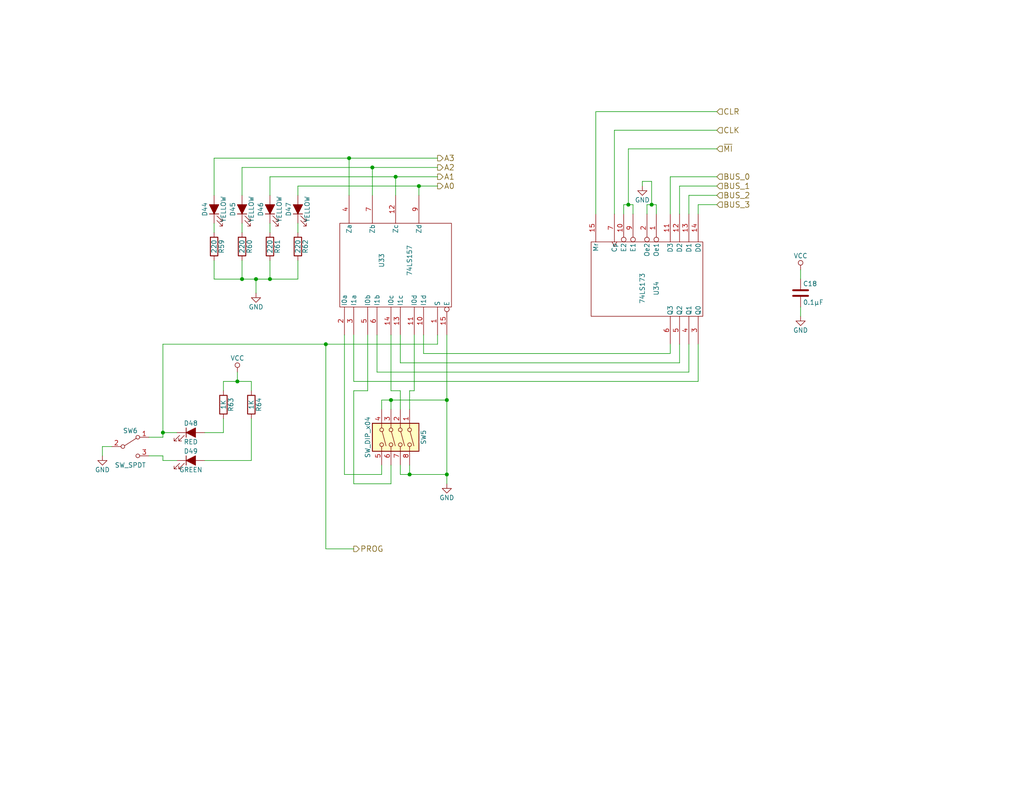
<source format=kicad_sch>
(kicad_sch (version 20231120) (generator "eeschema") (generator_version "8.0")
  (paper "USLetter")
  (lib_symbols
    (symbol "8bit-computer-rescue:74LS157-8bit-computer-rescue" (pin_names (offset 0.254))
      (property "Reference" "U" (at 1.27 3.81 0))
      (property "Value" "8bit-computer-rescue:74LS157" (at 1.27 -3.81 0))
      (symbol "74LS157-8bit-computer-rescue_0_0"
        (pin power_in line (at -8.89 15.24 90) (length 0) hide (name "VCC") (number "16"))
        (pin power_in line (at -8.89 -15.24 90) (length 0) hide (name "GND") (number "8"))
      )
      (symbol "74LS157-8bit-computer-rescue_0_1"
        (rectangle (start -11.43 15.24) (end 11.43 -15.24))
      )
      (symbol "74LS157-8bit-computer-rescue_1_1"
        (pin input line (at -19.05 -11.43 0) (length 7.62) (name "S") (number "1"))
        (pin input line (at -19.05 -7.62 0) (length 7.62) (name "I1d") (number "10"))
        (pin input line (at -19.05 -5.08 0) (length 7.62) (name "I0d") (number "11"))
        (pin output line (at 19.05 0 180) (length 7.62) (name "Zc") (number "12"))
        (pin input line (at -19.05 -1.27 0) (length 7.62) (name "I1c") (number "13"))
        (pin input line (at -19.05 1.27 0) (length 7.62) (name "I0c") (number "14"))
        (pin input inverted (at -19.05 -13.97 0) (length 7.62) (name "E") (number "15"))
        (pin input line (at -19.05 13.97 0) (length 7.62) (name "I0a") (number "2"))
        (pin input line (at -19.05 11.43 0) (length 7.62) (name "I1a") (number "3"))
        (pin output line (at 19.05 12.7 180) (length 7.62) (name "Za") (number "4"))
        (pin input line (at -19.05 7.62 0) (length 7.62) (name "I0b") (number "5"))
        (pin input line (at -19.05 5.08 0) (length 7.62) (name "I1b") (number "6"))
        (pin output line (at 19.05 6.35 180) (length 7.62) (name "Zb") (number "7"))
        (pin output line (at 19.05 -6.35 180) (length 7.62) (name "Zd") (number "9"))
      )
    )
    (symbol "8bit-computer-rescue:74LS173-8bit-computer-rescue" (pin_names (offset 0.254))
      (property "Reference" "U" (at 2.54 2.54 0))
      (property "Value" "8bit-computer-rescue:74LS173" (at 2.54 -1.27 0))
      (symbol "74LS173-8bit-computer-rescue_0_0"
        (pin power_in line (at -7.62 15.24 90) (length 0) hide (name "VCC") (number "16"))
        (pin power_in line (at -7.62 -15.24 90) (length 0) hide (name "GND") (number "8"))
      )
      (symbol "74LS173-8bit-computer-rescue_0_1"
        (rectangle (start -10.16 15.24) (end 10.16 -15.24))
      )
      (symbol "74LS173-8bit-computer-rescue_1_1"
        (pin input inverted (at -17.78 2.54 0) (length 7.62) (name "Oe1") (number "1"))
        (pin input inverted (at -17.78 -6.35 0) (length 7.62) (name "E2") (number "10"))
        (pin input line (at -17.78 6.35 0) (length 7.62) (name "D3") (number "11"))
        (pin input line (at -17.78 8.89 0) (length 7.62) (name "D2") (number "12"))
        (pin input line (at -17.78 11.43 0) (length 7.62) (name "D1") (number "13"))
        (pin input line (at -17.78 13.97 0) (length 7.62) (name "D0") (number "14"))
        (pin input line (at -17.78 -13.97 0) (length 7.62) (name "Mr") (number "15"))
        (pin input inverted (at -17.78 0 0) (length 7.62) (name "Oe2") (number "2"))
        (pin tri_state line (at 17.78 13.97 180) (length 7.62) (name "Q0") (number "3"))
        (pin tri_state line (at 17.78 11.43 180) (length 7.62) (name "Q1") (number "4"))
        (pin tri_state line (at 17.78 8.89 180) (length 7.62) (name "Q2") (number "5"))
        (pin tri_state line (at 17.78 6.35 180) (length 7.62) (name "Q3") (number "6"))
        (pin input clock (at -17.78 -8.89 0) (length 7.62) (name "Cp") (number "7"))
        (pin input inverted (at -17.78 -3.81 0) (length 7.62) (name "E1") (number "9"))
      )
    )
    (symbol "8bit-computer-rescue:GND-power" (power) (pin_names (offset 0))
      (property "Value" "power:GND" (at 0 -3.81 0))
      (symbol "GND-power_0_1"
        (polyline (pts (xy 0 0) (xy 0 -1.27) (xy 1.27 -1.27) (xy 0 -2.54) (xy -1.27 -1.27) (xy 0 -1.27)))
      )
      (symbol "GND-power_1_1"
        (pin power_in line (at 0 0 270) (length 0) hide (name "GND") (number "1"))
      )
    )
    (symbol "8bit-computer-rescue:LED_ALT-Device" (pin_numbers hide) (pin_names (offset 1.016) hide)
      (property "Reference" "D" (at 0 2.54 0))
      (property "Value" "Device:LED_ALT" (at 0 -2.54 0))
      (symbol "LED_ALT-Device_0_1"
        (polyline (pts (xy -1.27 -1.27) (xy -1.27 1.27)) (stroke (width 0.2032)))
        (polyline (pts (xy -1.27 0) (xy 1.27 0)))
        (polyline (pts (xy 1.27 -1.27) (xy 1.27 1.27) (xy -1.27 0) (xy 1.27 -1.27)) (stroke (width 0.2032)) (fill (type outline)))
        (polyline (pts (xy -3.048 -0.762) (xy -4.572 -2.286) (xy -3.81 -2.286) (xy -4.572 -2.286) (xy -4.572 -1.524)))
        (polyline (pts (xy -1.778 -0.762) (xy -3.302 -2.286) (xy -2.54 -2.286) (xy -3.302 -2.286) (xy -3.302 -1.524)))
      )
      (symbol "LED_ALT-Device_1_1"
        (pin passive line (at -3.81 0 0) (length 2.54) (name "K") (number "1"))
        (pin passive line (at 3.81 0 180) (length 2.54) (name "A") (number "2"))
      )
    )
    (symbol "8bit-computer-rescue:SW_DIP_x04-8bit-computer-rescue" (pin_names (offset 0) hide)
      (property "Reference" "SW" (at 0 8.89 0))
      (property "Value" "8bit-computer-rescue:SW_DIP_x04" (at 0 -6.35 0))
      (symbol "SW_DIP_x04-8bit-computer-rescue_0_0"
        (circle (center -2.032 -2.54) (radius 0.508))
        (circle (center -2.032 0) (radius 0.508))
        (circle (center -2.032 2.54) (radius 0.508))
        (circle (center -2.032 5.08) (radius 0.508))
        (polyline (pts (xy -1.524 -2.3876) (xy 2.3622 -1.3462)))
        (polyline (pts (xy -1.524 0.127) (xy 2.3622 1.1684)))
        (polyline (pts (xy -1.524 2.667) (xy 2.3622 3.7084)))
        (polyline (pts (xy -1.524 5.207) (xy 2.3622 6.2484)))
        (circle (center 2.032 -2.54) (radius 0.508))
        (circle (center 2.032 0) (radius 0.508))
        (circle (center 2.032 2.54) (radius 0.508))
        (circle (center 2.032 5.08) (radius 0.508))
      )
      (symbol "SW_DIP_x04-8bit-computer-rescue_0_1"
        (rectangle (start -3.81 7.62) (end 3.81 -5.08) (stroke (width 0.254)) (fill (type background)))
      )
      (symbol "SW_DIP_x04-8bit-computer-rescue_1_1"
        (pin passive line (at -7.62 5.08 0) (length 5.08) (name "~") (number "1"))
        (pin passive line (at -7.62 2.54 0) (length 5.08) (name "~") (number "2"))
        (pin passive line (at -7.62 0 0) (length 5.08) (name "~") (number "3"))
        (pin passive line (at -7.62 -2.54 0) (length 5.08) (name "~") (number "4"))
        (pin passive line (at 7.62 -2.54 180) (length 5.08) (name "~") (number "5"))
        (pin passive line (at 7.62 0 180) (length 5.08) (name "~") (number "6"))
        (pin passive line (at 7.62 2.54 180) (length 5.08) (name "~") (number "7"))
        (pin passive line (at 7.62 5.08 180) (length 5.08) (name "~") (number "8"))
      )
    )
    (symbol "8bit-computer-rescue:SW_SPDT-8bit-computer-rescue" (pin_names (offset 0) hide)
      (property "Reference" "SW" (at 0 4.318 0))
      (property "Value" "8bit-computer-rescue:SW_SPDT" (at 0 -5.08 0))
      (symbol "SW_SPDT-8bit-computer-rescue_0_0"
        (circle (center -2.032 0) (radius 0.508))
        (circle (center 2.032 -2.54) (radius 0.508))
      )
      (symbol "SW_SPDT-8bit-computer-rescue_0_1"
        (polyline (pts (xy -1.524 0.254) (xy 1.651 2.286)))
        (circle (center 2.032 2.54) (radius 0.508))
      )
      (symbol "SW_SPDT-8bit-computer-rescue_1_1"
        (pin passive line (at 5.08 2.54 180) (length 2.54) (name "A") (number "1"))
        (pin passive line (at -5.08 0 0) (length 2.54) (name "B") (number "2"))
        (pin passive line (at 5.08 -2.54 180) (length 2.54) (name "C") (number "3"))
      )
    )
    (symbol "8bit-computer-rescue:VCC-power" (power) (pin_names (offset 0))
      (property "Value" "power:VCC" (at 0 3.81 0))
      (symbol "VCC-power_0_1"
        (polyline (pts (xy 0 0) (xy 0 1.27)))
        (circle (center 0 1.905) (radius 0.635))
      )
      (symbol "VCC-power_1_1"
        (pin power_in line (at 0 0 90) (length 0) hide (name "VCC") (number "1"))
      )
    )
    (symbol "Device:C" (pin_numbers hide) (pin_names (offset 0.254))
      (property "Reference" "C" (at 0.635 2.54 0))
      (property "Value" "C" (at 0.635 -2.54 0))
      (symbol "C_0_1"
        (polyline (pts (xy -2.032 -0.762) (xy 2.032 -0.762)) (stroke (width 0.508)))
        (polyline (pts (xy -2.032 0.762) (xy 2.032 0.762)) (stroke (width 0.508)))
      )
      (symbol "C_1_1"
        (pin passive line (at 0 3.81 270) (length 2.794) (name "~") (number "1"))
        (pin passive line (at 0 -3.81 90) (length 2.794) (name "~") (number "2"))
      )
    )
    (symbol "Device:R" (pin_numbers hide) (pin_names (offset 0))
      (property "Reference" "R" (at 2.032 0 90))
      (property "Value" "R" (at 0 0 90))
      (symbol "R_0_1"
        (rectangle (start -1.016 -2.54) (end 1.016 2.54) (stroke (width 0.254)))
      )
      (symbol "R_1_1"
        (pin passive line (at 0 3.81 270) (length 1.27) (name "~") (number "1"))
        (pin passive line (at 0 -3.81 90) (length 1.27) (name "~") (number "2"))
      )
    )
  )
  (junction (at 121.92 109.22))
  (junction (at 95.25 43.18))
  (junction (at 101.6 45.72))
  (junction (at 88.9 93.98))
  (junction (at 106.68 109.22))
  (junction (at 66.04 76.2))
  (junction (at 177.8 55.88))
  (junction (at 44.45 118.11))
  (junction (at 69.85 76.2))
  (junction (at 171.45 55.88))
  (junction (at 64.77 104.14))
  (junction (at 107.95 48.26))
  (junction (at 111.76 129.54))
  (junction (at 114.3 50.8))
  (junction (at 121.92 129.54))
  (junction (at 73.66 76.2))
  (wire (pts (xy 58.42 43.18) (xy 95.25 43.18)))
  (wire (pts (xy 66.04 71.12) (xy 66.04 76.2)))
  (wire (pts (xy 44.45 124.46) (xy 44.45 125.73)))
  (wire (pts (xy 182.88 96.52) (xy 182.88 93.98)))
  (wire (pts (xy 58.42 76.2) (xy 66.04 76.2)))
  (wire (pts (xy 175.26 49.53) (xy 177.8 49.53)))
  (wire (pts (xy 88.9 93.98) (xy 119.38 93.98)))
  (wire (pts (xy 58.42 60.96) (xy 58.42 63.5)))
  (wire (pts (xy 73.66 76.2) (xy 81.28 76.2)))
  (wire (pts (xy 81.28 60.96) (xy 81.28 63.5)))
  (wire (pts (xy 73.66 48.26) (xy 73.66 53.34)))
  (wire (pts (xy 60.96 104.14) (xy 64.77 104.14)))
  (wire (pts (xy 68.58 104.14) (xy 68.58 106.68)))
  (wire (pts (xy 190.5 104.14) (xy 190.5 93.98)))
  (wire (pts (xy 114.3 50.8) (xy 119.38 50.8)))
  (wire (pts (xy 88.9 149.86) (xy 96.52 149.86)))
  (wire (pts (xy 55.88 118.11) (xy 60.96 118.11)))
  (wire (pts (xy 106.68 106.68) (xy 109.22 106.68)))
  (wire (pts (xy 44.45 118.11) (xy 48.26 118.11)))
  (wire (pts (xy 113.03 106.68) (xy 111.76 106.68)))
  (wire (pts (xy 44.45 125.73) (xy 48.26 125.73)))
  (wire (pts (xy 73.66 48.26) (xy 107.95 48.26)))
  (wire (pts (xy 95.25 53.34) (xy 95.25 43.18)))
  (wire (pts (xy 66.04 45.72) (xy 101.6 45.72)))
  (wire (pts (xy 104.14 111.76) (xy 104.14 109.22)))
  (wire (pts (xy 69.85 80.01) (xy 69.85 76.2)))
  (wire (pts (xy 40.64 119.38) (xy 44.45 119.38)))
  (wire (pts (xy 68.58 125.73) (xy 68.58 114.3)))
  (wire (pts (xy 104.14 109.22) (xy 106.68 109.22)))
  (wire (pts (xy 66.04 45.72) (xy 66.04 53.34)))
  (wire (pts (xy 176.53 55.88) (xy 177.8 55.88)))
  (wire (pts (xy 218.44 76.2) (xy 218.44 73.66)))
  (wire (pts (xy 100.33 106.68) (xy 100.33 91.44)))
  (wire (pts (xy 64.77 104.14) (xy 68.58 104.14)))
  (wire (pts (xy 111.76 127) (xy 111.76 129.54)))
  (wire (pts (xy 170.18 55.88) (xy 170.18 58.42)))
  (wire (pts (xy 107.95 53.34) (xy 107.95 48.26)))
  (wire (pts (xy 171.45 55.88) (xy 172.72 55.88)))
  (wire (pts (xy 107.95 48.26) (xy 119.38 48.26)))
  (wire (pts (xy 195.58 55.88) (xy 190.5 55.88)))
  (wire (pts (xy 73.66 71.12) (xy 73.66 76.2)))
  (wire (pts (xy 182.88 48.26) (xy 182.88 58.42)))
  (wire (pts (xy 102.87 91.44) (xy 102.87 101.6)))
  (wire (pts (xy 195.58 40.64) (xy 171.45 40.64)))
  (wire (pts (xy 121.92 129.54) (xy 121.92 132.08)))
  (wire (pts (xy 109.22 99.06) (xy 185.42 99.06)))
  (wire (pts (xy 101.6 45.72) (xy 119.38 45.72)))
  (wire (pts (xy 44.45 93.98) (xy 88.9 93.98)))
  (wire (pts (xy 170.18 55.88) (xy 171.45 55.88)))
  (wire (pts (xy 58.42 53.34) (xy 58.42 43.18)))
  (wire (pts (xy 73.66 60.96) (xy 73.66 63.5)))
  (wire (pts (xy 44.45 119.38) (xy 44.45 118.11)))
  (wire (pts (xy 95.25 43.18) (xy 119.38 43.18)))
  (wire (pts (xy 121.92 109.22) (xy 121.92 129.54)))
  (wire (pts (xy 81.28 76.2) (xy 81.28 71.12)))
  (wire (pts (xy 27.94 121.92) (xy 30.48 121.92)))
  (wire (pts (xy 187.96 101.6) (xy 187.96 93.98)))
  (wire (pts (xy 111.76 106.68) (xy 111.76 111.76)))
  (wire (pts (xy 177.8 49.53) (xy 177.8 55.88)))
  (wire (pts (xy 64.77 101.6) (xy 64.77 104.14)))
  (wire (pts (xy 114.3 53.34) (xy 114.3 50.8)))
  (wire (pts (xy 190.5 55.88) (xy 190.5 58.42)))
  (wire (pts (xy 185.42 99.06) (xy 185.42 93.98)))
  (wire (pts (xy 121.92 91.44) (xy 121.92 109.22)))
  (wire (pts (xy 104.14 129.54) (xy 104.14 127)))
  (wire (pts (xy 88.9 93.98) (xy 88.9 149.86)))
  (wire (pts (xy 60.96 114.3) (xy 60.96 118.11)))
  (wire (pts (xy 195.58 50.8) (xy 185.42 50.8)))
  (wire (pts (xy 167.64 35.56) (xy 167.64 58.42)))
  (wire (pts (xy 109.22 106.68) (xy 109.22 111.76)))
  (wire (pts (xy 172.72 55.88) (xy 172.72 58.42)))
  (wire (pts (xy 106.68 91.44) (xy 106.68 106.68)))
  (wire (pts (xy 96.52 104.14) (xy 190.5 104.14)))
  (wire (pts (xy 218.44 86.36) (xy 218.44 83.82)))
  (wire (pts (xy 187.96 53.34) (xy 187.96 58.42)))
  (wire (pts (xy 66.04 60.96) (xy 66.04 63.5)))
  (wire (pts (xy 106.68 132.08) (xy 96.52 132.08)))
  (wire (pts (xy 66.04 76.2) (xy 69.85 76.2)))
  (wire (pts (xy 115.57 96.52) (xy 182.88 96.52)))
  (wire (pts (xy 179.07 55.88) (xy 179.07 58.42)))
  (wire (pts (xy 175.26 50.8) (xy 175.26 49.53)))
  (wire (pts (xy 109.22 129.54) (xy 109.22 127)))
  (wire (pts (xy 119.38 93.98) (xy 119.38 91.44)))
  (wire (pts (xy 113.03 91.44) (xy 113.03 106.68)))
  (wire (pts (xy 109.22 129.54) (xy 111.76 129.54)))
  (wire (pts (xy 81.28 50.8) (xy 81.28 53.34)))
  (wire (pts (xy 60.96 106.68) (xy 60.96 104.14)))
  (wire (pts (xy 195.58 30.48) (xy 162.56 30.48)))
  (wire (pts (xy 177.8 55.88) (xy 179.07 55.88)))
  (wire (pts (xy 69.85 76.2) (xy 73.66 76.2)))
  (wire (pts (xy 96.52 132.08) (xy 96.52 106.68)))
  (wire (pts (xy 195.58 48.26) (xy 182.88 48.26)))
  (wire (pts (xy 106.68 127) (xy 106.68 132.08)))
  (wire (pts (xy 115.57 91.44) (xy 115.57 96.52)))
  (wire (pts (xy 96.52 91.44) (xy 96.52 104.14)))
  (wire (pts (xy 55.88 125.73) (xy 68.58 125.73)))
  (wire (pts (xy 101.6 53.34) (xy 101.6 45.72)))
  (wire (pts (xy 58.42 71.12) (xy 58.42 76.2)))
  (wire (pts (xy 109.22 91.44) (xy 109.22 99.06)))
  (wire (pts (xy 40.64 124.46) (xy 44.45 124.46)))
  (wire (pts (xy 93.98 129.54) (xy 104.14 129.54)))
  (wire (pts (xy 195.58 53.34) (xy 187.96 53.34)))
  (wire (pts (xy 162.56 30.48) (xy 162.56 58.42)))
  (wire (pts (xy 111.76 129.54) (xy 121.92 129.54)))
  (wire (pts (xy 195.58 35.56) (xy 167.64 35.56)))
  (wire (pts (xy 44.45 118.11) (xy 44.45 93.98)))
  (wire (pts (xy 81.28 50.8) (xy 114.3 50.8)))
  (wire (pts (xy 176.53 58.42) (xy 176.53 55.88)))
  (wire (pts (xy 106.68 111.76) (xy 106.68 109.22)))
  (wire (pts (xy 27.94 124.46) (xy 27.94 121.92)))
  (wire (pts (xy 102.87 101.6) (xy 187.96 101.6)))
  (wire (pts (xy 106.68 109.22) (xy 121.92 109.22)))
  (wire (pts (xy 96.52 106.68) (xy 100.33 106.68)))
  (wire (pts (xy 93.98 91.44) (xy 93.98 129.54)))
  (wire (pts (xy 185.42 50.8) (xy 185.42 58.42)))
  (wire (pts (xy 171.45 40.64) (xy 171.45 55.88)))
  (hierarchical_label "A2" (shape output) (at 119.38 45.72 0) (effects (font (size 1.524 1.524))))
  (hierarchical_label "BUS_3" (shape input) (at 195.58 55.88 0) (effects (font (size 1.524 1.524))))
  (hierarchical_label "CLK" (shape input) (at 195.58 35.56 0) (effects (font (size 1.524 1.524))))
  (hierarchical_label "BUS_1" (shape input) (at 195.58 50.8 0) (effects (font (size 1.524 1.524))))
  (hierarchical_label "BUS_2" (shape input) (at 195.58 53.34 0) (effects (font (size 1.524 1.524))))
  (hierarchical_label "PROG" (shape output) (at 96.52 149.86 0) (effects (font (size 1.524 1.524))))
  (hierarchical_label "A3" (shape output) (at 119.38 43.18 0) (effects (font (size 1.524 1.524))))
  (hierarchical_label "CLR" (shape input) (at 195.58 30.48 0) (effects (font (size 1.524 1.524))))
  (hierarchical_label "A0" (shape output) (at 119.38 50.8 0) (effects (font (size 1.524 1.524))))
  (hierarchical_label "A1" (shape output) (at 119.38 48.26 0) (effects (font (size 1.524 1.524))))
  (hierarchical_label "BUS_0" (shape input) (at 195.58 48.26 0) (effects (font (size 1.524 1.524))))
  (hierarchical_label "~{MI}" (shape input) (at 195.58 40.64 0) (effects (font (size 1.524 1.524))))
  (symbol (lib_id "8bit-computer-rescue:74LS157-8bit-computer-rescue") (at 107.95 72.39 90) (unit 1)
    (property "Reference" "U33" (at 104.14 71.12 0))
    (property "Value" "74LS157" (at 111.76 71.12 0))
    (property "Footprint" "Package_DIP:DIP-16_W7.62mm" (effects (hide yes)))
  )
  (symbol (lib_id "8bit-computer-rescue:74LS173-8bit-computer-rescue") (at 176.53 76.2 270) (unit 1)
    (property "Reference" "U34" (at 179.07 78.74 0))
    (property "Value" "74LS173" (at 175.26 78.74 0))
    (property "Footprint" "Package_DIP:DIP-16_W7.62mm" (effects (hide yes)))
  )
  (symbol (lib_id "8bit-computer-rescue:SW_DIP_x04-8bit-computer-rescue") (at 106.68 119.38 270) (unit 1)
    (property "Reference" "SW5" (at 115.57 119.38 0))
    (property "Value" "SW_DIP_x04" (at 100.33 119.38 0))
    (property "Footprint" "Button_Switch_THT:SW_DIP_SPSTx04_Slide_9.78x12.34mm_W7.62mm_P2.54mm" (effects (hide yes)))
  )
  (symbol (lib_id "8bit-computer-rescue:SW_SPDT-8bit-computer-rescue") (at 35.56 121.92 0) (unit 1)
    (property "Reference" "SW6" (at 35.56 117.602 0))
    (property "Value" "SW_SPDT" (at 35.56 127 0))
    (property "Footprint" "8bit-custom-footprints:DPDT-pushbutton" (effects (hide yes)))
  )
  (symbol (lib_id "8bit-computer-rescue:LED_ALT-Device") (at 52.07 118.11 0) (unit 1)
    (property "Reference" "D48" (at 52.07 115.57 0))
    (property "Value" "RED" (at 52.07 120.65 0))
    (property "Footprint" "LED_THT:LED_D5.0mm" (effects (hide yes)))
  )
  (symbol (lib_id "8bit-computer-rescue:LED_ALT-Device") (at 52.07 125.73 0) (unit 1)
    (property "Reference" "D49" (at 52.07 123.19 0))
    (property "Value" "GREEN" (at 52.07 128.27 0))
    (property "Footprint" "LED_THT:LED_D5.0mm" (effects (hide yes)))
  )
  (symbol (lib_id "Device:R") (at 60.96 110.49 0) (unit 1)
    (property "Reference" "R63" (at 62.992 110.49 90))
    (property "Value" "1K" (at 60.96 110.49 90))
    (property "Footprint" "Resistor_THT:R_Axial_DIN0207_L6.3mm_D2.5mm_P7.62mm_Horizontal" (effects (hide yes)))
  )
  (symbol (lib_id "Device:R") (at 68.58 110.49 0) (unit 1)
    (property "Reference" "R64" (at 70.612 110.49 90))
    (property "Value" "1K" (at 68.58 110.49 90))
    (property "Footprint" "Resistor_THT:R_Axial_DIN0207_L6.3mm_D2.5mm_P7.62mm_Horizontal" (effects (hide yes)))
  )
  (symbol (lib_id "8bit-computer-rescue:GND-power") (at 27.94 124.46 0) (unit 1)
    (property "Reference" "#PWR048" (effects (hide yes)))
    (property "Value" "GND" (at 27.94 128.27 0))
  )
  (symbol (lib_id "8bit-computer-rescue:VCC-power") (at 64.77 101.6 0) (unit 1)
    (property "Reference" "#PWR049" (effects (hide yes)))
    (property "Value" "VCC" (at 64.77 97.79 0))
  )
  (symbol (lib_id "8bit-computer-rescue:GND-power") (at 121.92 132.08 0) (unit 1)
    (property "Reference" "#PWR050" (effects (hide yes)))
    (property "Value" "GND" (at 121.92 135.89 0))
  )
  (symbol (lib_id "8bit-computer-rescue:LED_ALT-Device") (at 81.28 57.15 90) (unit 1)
    (property "Reference" "D47" (at 78.74 57.15 0))
    (property "Value" "YELLOW" (at 83.82 57.15 0))
    (property "Footprint" "LED_THT:LED_D5.0mm" (effects (hide yes)))
  )
  (symbol (lib_id "8bit-computer-rescue:LED_ALT-Device") (at 73.66 57.15 90) (unit 1)
    (property "Reference" "D46" (at 71.12 57.15 0))
    (property "Value" "YELLOW" (at 76.2 57.15 0))
    (property "Footprint" "LED_THT:LED_D5.0mm" (effects (hide yes)))
  )
  (symbol (lib_id "8bit-computer-rescue:LED_ALT-Device") (at 66.04 57.15 90) (unit 1)
    (property "Reference" "D45" (at 63.5 57.15 0))
    (property "Value" "YELLOW" (at 68.58 57.15 0))
    (property "Footprint" "LED_THT:LED_D5.0mm" (effects (hide yes)))
  )
  (symbol (lib_id "8bit-computer-rescue:LED_ALT-Device") (at 58.42 57.15 90) (unit 1)
    (property "Reference" "D44" (at 55.88 57.15 0))
    (property "Value" "YELLOW" (at 60.96 57.15 0))
    (property "Footprint" "LED_THT:LED_D5.0mm" (effects (hide yes)))
  )
  (symbol (lib_id "Device:R") (at 81.28 67.31 0) (unit 1)
    (property "Reference" "R62" (at 83.312 67.31 90))
    (property "Value" "220" (at 81.28 67.31 90))
    (property "Footprint" "Resistor_THT:R_Axial_DIN0207_L6.3mm_D2.5mm_P7.62mm_Horizontal" (effects (hide yes)))
  )
  (symbol (lib_id "Device:R") (at 73.66 67.31 0) (unit 1)
    (property "Reference" "R61" (at 75.692 67.31 90))
    (property "Value" "220" (at 73.66 67.31 90))
    (property "Footprint" "Resistor_THT:R_Axial_DIN0207_L6.3mm_D2.5mm_P7.62mm_Horizontal" (effects (hide yes)))
  )
  (symbol (lib_id "Device:R") (at 66.04 67.31 0) (unit 1)
    (property "Reference" "R60" (at 68.072 67.31 90))
    (property "Value" "220" (at 66.04 67.31 90))
    (property "Footprint" "Resistor_THT:R_Axial_DIN0207_L6.3mm_D2.5mm_P7.62mm_Horizontal" (effects (hide yes)))
  )
  (symbol (lib_id "Device:R") (at 58.42 67.31 0) (unit 1)
    (property "Reference" "R59" (at 60.452 67.31 90))
    (property "Value" "220" (at 58.42 67.31 90))
    (property "Footprint" "Resistor_THT:R_Axial_DIN0207_L6.3mm_D2.5mm_P7.62mm_Horizontal" (effects (hide yes)))
  )
  (symbol (lib_id "8bit-computer-rescue:GND-power") (at 69.85 80.01 0) (unit 1)
    (property "Reference" "#PWR051" (effects (hide yes)))
    (property "Value" "GND" (at 69.85 83.82 0))
  )
  (symbol (lib_id "8bit-computer-rescue:GND-power") (at 175.26 50.8 0) (unit 1)
    (property "Reference" "#PWR052" (effects (hide yes)))
    (property "Value" "GND" (at 175.26 54.61 0))
  )
  (symbol (lib_id "Device:C") (at 218.44 80.01 0) (unit 1)
    (property "Reference" "C18" (at 219.075 77.47 0) (effects (justify left)))
    (property "Value" "0.1µF" (at 219.075 82.55 0) (effects (justify left)))
    (property "Footprint" "Capacitor_THT:C_Disc_D4.3mm_W1.9mm_P5.00mm" (effects (hide yes)))
  )
  (symbol (lib_id "8bit-computer-rescue:VCC-power") (at 218.44 73.66 0) (unit 1)
    (property "Reference" "#PWR053" (effects (hide yes)))
    (property "Value" "VCC" (at 218.44 69.85 0))
  )
  (symbol (lib_id "8bit-computer-rescue:GND-power") (at 218.44 86.36 0) (unit 1)
    (property "Reference" "#PWR054" (effects (hide yes)))
    (property "Value" "GND" (at 218.44 90.17 0))
  )
)
</source>
